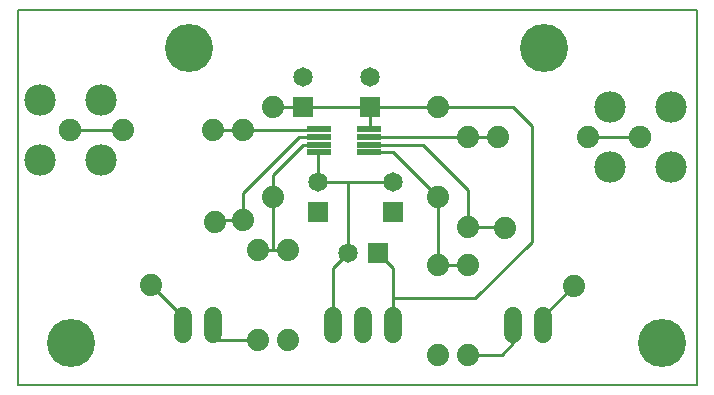
<source format=gtl>
G75*
%MOIN*%
%OFA0B0*%
%FSLAX25Y25*%
%IPPOS*%
%LPD*%
%AMOC8*
5,1,8,0,0,1.08239X$1,22.5*
%
%ADD10C,0.00000*%
%ADD11C,0.00600*%
%ADD12R,0.06500X0.06500*%
%ADD13C,0.06500*%
%ADD14C,0.07400*%
%ADD15C,0.07500*%
%ADD16C,0.10500*%
%ADD17R,0.08200X0.01900*%
%ADD18C,0.05937*%
%ADD19C,0.01000*%
%ADD20C,0.16000*%
D10*
X0001600Y0001600D02*
X0001600Y0126561D01*
X0227801Y0126561D01*
X0227801Y0001600D01*
X0001600Y0001600D01*
D11*
X0227850Y0001600D01*
X0227850Y0126600D01*
X0001600Y0126600D01*
X0001600Y0001600D01*
D12*
X0101600Y0059179D03*
X0121521Y0045350D03*
X0126600Y0059179D03*
X0119100Y0094179D03*
X0096600Y0094179D03*
D13*
X0096600Y0104021D03*
X0119100Y0104021D03*
X0126600Y0069021D03*
X0101600Y0069021D03*
X0111679Y0045350D03*
D14*
X0091600Y0046600D03*
X0081600Y0046600D03*
X0067207Y0055957D03*
X0076600Y0056600D03*
X0086600Y0064100D03*
X0076600Y0086600D03*
X0066600Y0086600D03*
X0086600Y0094100D03*
X0036600Y0086600D03*
X0045993Y0034743D03*
X0081600Y0016600D03*
X0091600Y0016600D03*
X0141600Y0011600D03*
X0151600Y0011600D03*
X0186857Y0034478D03*
X0163843Y0053722D03*
X0151600Y0054100D03*
X0141600Y0064100D03*
X0151600Y0084100D03*
X0161600Y0084100D03*
X0141600Y0094100D03*
X0191600Y0084100D03*
X0151600Y0041600D03*
X0141600Y0041600D03*
D15*
X0209100Y0084100D03*
X0019100Y0086600D03*
D16*
X0009061Y0076561D03*
X0029139Y0076561D03*
X0029139Y0096639D03*
X0009061Y0096639D03*
X0199061Y0094139D03*
X0219139Y0094139D03*
X0219139Y0074061D03*
X0199061Y0074061D03*
D17*
X0118600Y0079011D03*
X0118600Y0081570D03*
X0118600Y0084130D03*
X0118600Y0086689D03*
X0102100Y0086689D03*
X0102100Y0084130D03*
X0102100Y0081570D03*
X0102100Y0079011D03*
D18*
X0106600Y0024569D02*
X0106600Y0018631D01*
X0116600Y0018631D02*
X0116600Y0024569D01*
X0126600Y0024569D02*
X0126600Y0018631D01*
X0166600Y0018631D02*
X0166600Y0024569D01*
X0176600Y0024569D02*
X0176600Y0018631D01*
X0066600Y0018631D02*
X0066600Y0024569D01*
X0056600Y0024569D02*
X0056600Y0018631D01*
D19*
X0056600Y0021600D02*
X0056600Y0024100D01*
X0046600Y0034100D01*
X0066600Y0021600D02*
X0066600Y0017850D01*
X0067850Y0016600D01*
X0081600Y0016600D01*
X0106600Y0021600D02*
X0106600Y0040350D01*
X0111600Y0045350D01*
X0111600Y0069100D01*
X0126600Y0069100D01*
X0126600Y0079100D02*
X0141600Y0064100D01*
X0141600Y0041600D01*
X0151600Y0041600D01*
X0154100Y0030350D02*
X0126600Y0030350D01*
X0126600Y0040350D01*
X0121600Y0045350D01*
X0126600Y0030350D02*
X0126600Y0021600D01*
X0151600Y0011600D02*
X0162850Y0011600D01*
X0166600Y0015350D01*
X0166600Y0021600D01*
X0176600Y0021600D02*
X0176600Y0024200D01*
X0186700Y0034325D01*
X0172850Y0049100D02*
X0154100Y0030350D01*
X0172850Y0049100D02*
X0172850Y0087850D01*
X0166600Y0094100D01*
X0141600Y0094100D01*
X0119100Y0094100D01*
X0119100Y0086600D01*
X0119100Y0084100D02*
X0151600Y0084100D01*
X0161600Y0084100D01*
X0151600Y0066600D02*
X0136600Y0081600D01*
X0119100Y0081600D01*
X0117850Y0079100D02*
X0126600Y0079100D01*
X0111600Y0069100D02*
X0101600Y0069100D01*
X0101600Y0079100D01*
X0101600Y0081600D02*
X0096600Y0081600D01*
X0086600Y0071600D01*
X0086600Y0064100D01*
X0086600Y0046600D01*
X0091600Y0046600D01*
X0086600Y0046600D02*
X0081600Y0046600D01*
X0067850Y0056600D02*
X0066600Y0055350D01*
X0067850Y0056600D02*
X0076600Y0056600D01*
X0076600Y0065350D01*
X0095350Y0084100D01*
X0101600Y0084100D01*
X0102850Y0086600D02*
X0076600Y0086600D01*
X0066600Y0086600D01*
X0086600Y0094100D02*
X0096600Y0094100D01*
X0119100Y0094100D01*
X0151600Y0066600D02*
X0151600Y0054100D01*
X0164100Y0054100D01*
X0191600Y0084100D02*
X0209100Y0084100D01*
X0036600Y0086600D02*
X0019100Y0086600D01*
D20*
X0058687Y0113805D03*
X0176797Y0113805D03*
X0216167Y0015380D03*
X0019317Y0015380D03*
M02*

</source>
